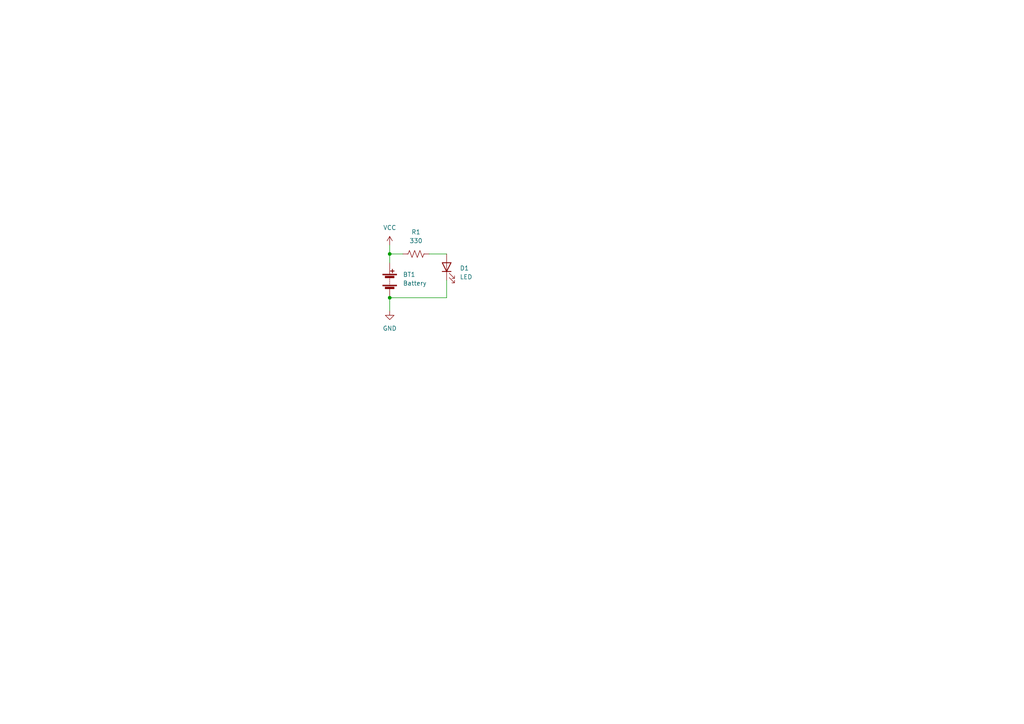
<source format=kicad_sch>
(kicad_sch (version 20211123) (generator eeschema)

  (uuid 166746e7-163b-4034-a057-3091028c3850)

  (paper "A4")

  (lib_symbols
    (symbol "Device:Battery" (pin_numbers hide) (pin_names (offset 0) hide) (in_bom yes) (on_board yes)
      (property "Reference" "BT" (id 0) (at 2.54 2.54 0)
        (effects (font (size 1.27 1.27)) (justify left))
      )
      (property "Value" "Battery" (id 1) (at 2.54 0 0)
        (effects (font (size 1.27 1.27)) (justify left))
      )
      (property "Footprint" "" (id 2) (at 0 1.524 90)
        (effects (font (size 1.27 1.27)) hide)
      )
      (property "Datasheet" "~" (id 3) (at 0 1.524 90)
        (effects (font (size 1.27 1.27)) hide)
      )
      (property "ki_keywords" "batt voltage-source cell" (id 4) (at 0 0 0)
        (effects (font (size 1.27 1.27)) hide)
      )
      (property "ki_description" "Multiple-cell battery" (id 5) (at 0 0 0)
        (effects (font (size 1.27 1.27)) hide)
      )
      (symbol "Battery_0_1"
        (rectangle (start -2.032 -1.397) (end 2.032 -1.651)
          (stroke (width 0) (type default) (color 0 0 0 0))
          (fill (type outline))
        )
        (rectangle (start -2.032 1.778) (end 2.032 1.524)
          (stroke (width 0) (type default) (color 0 0 0 0))
          (fill (type outline))
        )
        (rectangle (start -1.3208 -1.9812) (end 1.27 -2.4892)
          (stroke (width 0) (type default) (color 0 0 0 0))
          (fill (type outline))
        )
        (rectangle (start -1.3208 1.1938) (end 1.27 0.6858)
          (stroke (width 0) (type default) (color 0 0 0 0))
          (fill (type outline))
        )
        (polyline
          (pts
            (xy 0 -1.524)
            (xy 0 -1.27)
          )
          (stroke (width 0) (type default) (color 0 0 0 0))
          (fill (type none))
        )
        (polyline
          (pts
            (xy 0 -1.016)
            (xy 0 -0.762)
          )
          (stroke (width 0) (type default) (color 0 0 0 0))
          (fill (type none))
        )
        (polyline
          (pts
            (xy 0 -0.508)
            (xy 0 -0.254)
          )
          (stroke (width 0) (type default) (color 0 0 0 0))
          (fill (type none))
        )
        (polyline
          (pts
            (xy 0 0)
            (xy 0 0.254)
          )
          (stroke (width 0) (type default) (color 0 0 0 0))
          (fill (type none))
        )
        (polyline
          (pts
            (xy 0 0.508)
            (xy 0 0.762)
          )
          (stroke (width 0) (type default) (color 0 0 0 0))
          (fill (type none))
        )
        (polyline
          (pts
            (xy 0 1.778)
            (xy 0 2.54)
          )
          (stroke (width 0) (type default) (color 0 0 0 0))
          (fill (type none))
        )
        (polyline
          (pts
            (xy 0.254 2.667)
            (xy 1.27 2.667)
          )
          (stroke (width 0.254) (type default) (color 0 0 0 0))
          (fill (type none))
        )
        (polyline
          (pts
            (xy 0.762 3.175)
            (xy 0.762 2.159)
          )
          (stroke (width 0.254) (type default) (color 0 0 0 0))
          (fill (type none))
        )
      )
      (symbol "Battery_1_1"
        (pin passive line (at 0 5.08 270) (length 2.54)
          (name "+" (effects (font (size 1.27 1.27))))
          (number "1" (effects (font (size 1.27 1.27))))
        )
        (pin passive line (at 0 -5.08 90) (length 2.54)
          (name "-" (effects (font (size 1.27 1.27))))
          (number "2" (effects (font (size 1.27 1.27))))
        )
      )
    )
    (symbol "Device:LED" (pin_numbers hide) (pin_names (offset 1.016) hide) (in_bom yes) (on_board yes)
      (property "Reference" "D" (id 0) (at 0 2.54 0)
        (effects (font (size 1.27 1.27)))
      )
      (property "Value" "LED" (id 1) (at 0 -2.54 0)
        (effects (font (size 1.27 1.27)))
      )
      (property "Footprint" "" (id 2) (at 0 0 0)
        (effects (font (size 1.27 1.27)) hide)
      )
      (property "Datasheet" "~" (id 3) (at 0 0 0)
        (effects (font (size 1.27 1.27)) hide)
      )
      (property "ki_keywords" "LED diode" (id 4) (at 0 0 0)
        (effects (font (size 1.27 1.27)) hide)
      )
      (property "ki_description" "Light emitting diode" (id 5) (at 0 0 0)
        (effects (font (size 1.27 1.27)) hide)
      )
      (property "ki_fp_filters" "LED* LED_SMD:* LED_THT:*" (id 6) (at 0 0 0)
        (effects (font (size 1.27 1.27)) hide)
      )
      (symbol "LED_0_1"
        (polyline
          (pts
            (xy -1.27 -1.27)
            (xy -1.27 1.27)
          )
          (stroke (width 0.254) (type default) (color 0 0 0 0))
          (fill (type none))
        )
        (polyline
          (pts
            (xy -1.27 0)
            (xy 1.27 0)
          )
          (stroke (width 0) (type default) (color 0 0 0 0))
          (fill (type none))
        )
        (polyline
          (pts
            (xy 1.27 -1.27)
            (xy 1.27 1.27)
            (xy -1.27 0)
            (xy 1.27 -1.27)
          )
          (stroke (width 0.254) (type default) (color 0 0 0 0))
          (fill (type none))
        )
        (polyline
          (pts
            (xy -3.048 -0.762)
            (xy -4.572 -2.286)
            (xy -3.81 -2.286)
            (xy -4.572 -2.286)
            (xy -4.572 -1.524)
          )
          (stroke (width 0) (type default) (color 0 0 0 0))
          (fill (type none))
        )
        (polyline
          (pts
            (xy -1.778 -0.762)
            (xy -3.302 -2.286)
            (xy -2.54 -2.286)
            (xy -3.302 -2.286)
            (xy -3.302 -1.524)
          )
          (stroke (width 0) (type default) (color 0 0 0 0))
          (fill (type none))
        )
      )
      (symbol "LED_1_1"
        (pin passive line (at -3.81 0 0) (length 2.54)
          (name "K" (effects (font (size 1.27 1.27))))
          (number "1" (effects (font (size 1.27 1.27))))
        )
        (pin passive line (at 3.81 0 180) (length 2.54)
          (name "A" (effects (font (size 1.27 1.27))))
          (number "2" (effects (font (size 1.27 1.27))))
        )
      )
    )
    (symbol "Device:R_US" (pin_numbers hide) (pin_names (offset 0)) (in_bom yes) (on_board yes)
      (property "Reference" "R" (id 0) (at 2.54 0 90)
        (effects (font (size 1.27 1.27)))
      )
      (property "Value" "R_US" (id 1) (at -2.54 0 90)
        (effects (font (size 1.27 1.27)))
      )
      (property "Footprint" "" (id 2) (at 1.016 -0.254 90)
        (effects (font (size 1.27 1.27)) hide)
      )
      (property "Datasheet" "~" (id 3) (at 0 0 0)
        (effects (font (size 1.27 1.27)) hide)
      )
      (property "ki_keywords" "R res resistor" (id 4) (at 0 0 0)
        (effects (font (size 1.27 1.27)) hide)
      )
      (property "ki_description" "Resistor, US symbol" (id 5) (at 0 0 0)
        (effects (font (size 1.27 1.27)) hide)
      )
      (property "ki_fp_filters" "R_*" (id 6) (at 0 0 0)
        (effects (font (size 1.27 1.27)) hide)
      )
      (symbol "R_US_0_1"
        (polyline
          (pts
            (xy 0 -2.286)
            (xy 0 -2.54)
          )
          (stroke (width 0) (type default) (color 0 0 0 0))
          (fill (type none))
        )
        (polyline
          (pts
            (xy 0 2.286)
            (xy 0 2.54)
          )
          (stroke (width 0) (type default) (color 0 0 0 0))
          (fill (type none))
        )
        (polyline
          (pts
            (xy 0 -0.762)
            (xy 1.016 -1.143)
            (xy 0 -1.524)
            (xy -1.016 -1.905)
            (xy 0 -2.286)
          )
          (stroke (width 0) (type default) (color 0 0 0 0))
          (fill (type none))
        )
        (polyline
          (pts
            (xy 0 0.762)
            (xy 1.016 0.381)
            (xy 0 0)
            (xy -1.016 -0.381)
            (xy 0 -0.762)
          )
          (stroke (width 0) (type default) (color 0 0 0 0))
          (fill (type none))
        )
        (polyline
          (pts
            (xy 0 2.286)
            (xy 1.016 1.905)
            (xy 0 1.524)
            (xy -1.016 1.143)
            (xy 0 0.762)
          )
          (stroke (width 0) (type default) (color 0 0 0 0))
          (fill (type none))
        )
      )
      (symbol "R_US_1_1"
        (pin passive line (at 0 3.81 270) (length 1.27)
          (name "~" (effects (font (size 1.27 1.27))))
          (number "1" (effects (font (size 1.27 1.27))))
        )
        (pin passive line (at 0 -3.81 90) (length 1.27)
          (name "~" (effects (font (size 1.27 1.27))))
          (number "2" (effects (font (size 1.27 1.27))))
        )
      )
    )
    (symbol "power:GND" (power) (pin_names (offset 0)) (in_bom yes) (on_board yes)
      (property "Reference" "#PWR" (id 0) (at 0 -6.35 0)
        (effects (font (size 1.27 1.27)) hide)
      )
      (property "Value" "GND" (id 1) (at 0 -3.81 0)
        (effects (font (size 1.27 1.27)))
      )
      (property "Footprint" "" (id 2) (at 0 0 0)
        (effects (font (size 1.27 1.27)) hide)
      )
      (property "Datasheet" "" (id 3) (at 0 0 0)
        (effects (font (size 1.27 1.27)) hide)
      )
      (property "ki_keywords" "power-flag" (id 4) (at 0 0 0)
        (effects (font (size 1.27 1.27)) hide)
      )
      (property "ki_description" "Power symbol creates a global label with name \"GND\" , ground" (id 5) (at 0 0 0)
        (effects (font (size 1.27 1.27)) hide)
      )
      (symbol "GND_0_1"
        (polyline
          (pts
            (xy 0 0)
            (xy 0 -1.27)
            (xy 1.27 -1.27)
            (xy 0 -2.54)
            (xy -1.27 -1.27)
            (xy 0 -1.27)
          )
          (stroke (width 0) (type default) (color 0 0 0 0))
          (fill (type none))
        )
      )
      (symbol "GND_1_1"
        (pin power_in line (at 0 0 270) (length 0) hide
          (name "GND" (effects (font (size 1.27 1.27))))
          (number "1" (effects (font (size 1.27 1.27))))
        )
      )
    )
    (symbol "power:VCC" (power) (pin_names (offset 0)) (in_bom yes) (on_board yes)
      (property "Reference" "#PWR" (id 0) (at 0 -3.81 0)
        (effects (font (size 1.27 1.27)) hide)
      )
      (property "Value" "VCC" (id 1) (at 0 3.81 0)
        (effects (font (size 1.27 1.27)))
      )
      (property "Footprint" "" (id 2) (at 0 0 0)
        (effects (font (size 1.27 1.27)) hide)
      )
      (property "Datasheet" "" (id 3) (at 0 0 0)
        (effects (font (size 1.27 1.27)) hide)
      )
      (property "ki_keywords" "power-flag" (id 4) (at 0 0 0)
        (effects (font (size 1.27 1.27)) hide)
      )
      (property "ki_description" "Power symbol creates a global label with name \"VCC\"" (id 5) (at 0 0 0)
        (effects (font (size 1.27 1.27)) hide)
      )
      (symbol "VCC_0_1"
        (polyline
          (pts
            (xy -0.762 1.27)
            (xy 0 2.54)
          )
          (stroke (width 0) (type default) (color 0 0 0 0))
          (fill (type none))
        )
        (polyline
          (pts
            (xy 0 0)
            (xy 0 2.54)
          )
          (stroke (width 0) (type default) (color 0 0 0 0))
          (fill (type none))
        )
        (polyline
          (pts
            (xy 0 2.54)
            (xy 0.762 1.27)
          )
          (stroke (width 0) (type default) (color 0 0 0 0))
          (fill (type none))
        )
      )
      (symbol "VCC_1_1"
        (pin power_in line (at 0 0 90) (length 0) hide
          (name "VCC" (effects (font (size 1.27 1.27))))
          (number "1" (effects (font (size 1.27 1.27))))
        )
      )
    )
  )

  (junction (at 113.03 73.66) (diameter 0) (color 0 0 0 0)
    (uuid 572ca2ea-d128-42c1-b73e-3a5da5cf985a)
  )
  (junction (at 113.03 86.36) (diameter 0) (color 0 0 0 0)
    (uuid af81ee7a-661a-486c-979d-0720d21e4107)
  )

  (wire (pts (xy 129.54 86.36) (xy 113.03 86.36))
    (stroke (width 0) (type default) (color 0 0 0 0))
    (uuid 1fd23f69-2b83-439e-8498-e51455439e7d)
  )
  (wire (pts (xy 113.03 86.36) (xy 113.03 90.17))
    (stroke (width 0) (type default) (color 0 0 0 0))
    (uuid 2626738c-bad3-426a-a17a-a4a71d531b58)
  )
  (wire (pts (xy 113.03 73.66) (xy 116.84 73.66))
    (stroke (width 0) (type default) (color 0 0 0 0))
    (uuid 93e70874-f467-41d2-bb17-ba85fa83e11c)
  )
  (wire (pts (xy 113.03 71.12) (xy 113.03 73.66))
    (stroke (width 0) (type default) (color 0 0 0 0))
    (uuid a64282c1-6f68-4c98-a9cc-f4bdcd3c3e29)
  )
  (wire (pts (xy 113.03 76.2) (xy 113.03 73.66))
    (stroke (width 0) (type default) (color 0 0 0 0))
    (uuid b4631d13-3775-477d-b346-23597f9f4c79)
  )
  (wire (pts (xy 124.46 73.66) (xy 129.54 73.66))
    (stroke (width 0) (type default) (color 0 0 0 0))
    (uuid cdcaf123-ef0d-423b-bf7f-d5f7f4049d12)
  )
  (wire (pts (xy 129.54 81.28) (xy 129.54 86.36))
    (stroke (width 0) (type default) (color 0 0 0 0))
    (uuid ea01b75e-25be-4ed2-a30e-7beacb6454e8)
  )

  (symbol (lib_id "Device:LED") (at 129.54 77.47 90) (unit 1)
    (in_bom yes) (on_board yes) (fields_autoplaced)
    (uuid 15202f84-d854-47b4-80c0-7567534af36e)
    (property "Reference" "D1" (id 0) (at 133.35 77.7874 90)
      (effects (font (size 1.27 1.27)) (justify right))
    )
    (property "Value" "LED" (id 1) (at 133.35 80.3274 90)
      (effects (font (size 1.27 1.27)) (justify right))
    )
    (property "Footprint" "" (id 2) (at 129.54 77.47 0)
      (effects (font (size 1.27 1.27)) hide)
    )
    (property "Datasheet" "~" (id 3) (at 129.54 77.47 0)
      (effects (font (size 1.27 1.27)) hide)
    )
    (pin "1" (uuid 684968bc-4820-446c-9a13-8cf7a43441b1))
    (pin "2" (uuid 0bdfe4dd-7c31-4705-9a8e-2e5114c92294))
  )

  (symbol (lib_id "Device:Battery") (at 113.03 81.28 0) (unit 1)
    (in_bom yes) (on_board yes) (fields_autoplaced)
    (uuid 5c62efeb-1a8e-4bfb-bb48-32407bdf75bc)
    (property "Reference" "BT1" (id 0) (at 116.84 79.6289 0)
      (effects (font (size 1.27 1.27)) (justify left))
    )
    (property "Value" "Battery" (id 1) (at 116.84 82.1689 0)
      (effects (font (size 1.27 1.27)) (justify left))
    )
    (property "Footprint" "" (id 2) (at 113.03 79.756 90)
      (effects (font (size 1.27 1.27)) hide)
    )
    (property "Datasheet" "~" (id 3) (at 113.03 79.756 90)
      (effects (font (size 1.27 1.27)) hide)
    )
    (pin "1" (uuid 9d9801a7-afdc-4b38-9cc4-b2afa13108fc))
    (pin "2" (uuid 563562ae-17d8-431c-b12a-e479dee04025))
  )

  (symbol (lib_id "power:VCC") (at 113.03 71.12 0) (unit 1)
    (in_bom yes) (on_board yes) (fields_autoplaced)
    (uuid 7a993f4c-d6c0-4000-8f89-215696f8efcd)
    (property "Reference" "#PWR?" (id 0) (at 113.03 74.93 0)
      (effects (font (size 1.27 1.27)) hide)
    )
    (property "Value" "VCC" (id 1) (at 113.03 66.04 0))
    (property "Footprint" "" (id 2) (at 113.03 71.12 0)
      (effects (font (size 1.27 1.27)) hide)
    )
    (property "Datasheet" "" (id 3) (at 113.03 71.12 0)
      (effects (font (size 1.27 1.27)) hide)
    )
    (pin "1" (uuid e199dee7-3686-4737-a6a4-920b5039f423))
  )

  (symbol (lib_id "power:GND") (at 113.03 90.17 0) (unit 1)
    (in_bom yes) (on_board yes) (fields_autoplaced)
    (uuid f131fcc3-ff52-4061-94ed-52b89cc2fe08)
    (property "Reference" "#PWR?" (id 0) (at 113.03 96.52 0)
      (effects (font (size 1.27 1.27)) hide)
    )
    (property "Value" "GND" (id 1) (at 113.03 95.25 0))
    (property "Footprint" "" (id 2) (at 113.03 90.17 0)
      (effects (font (size 1.27 1.27)) hide)
    )
    (property "Datasheet" "" (id 3) (at 113.03 90.17 0)
      (effects (font (size 1.27 1.27)) hide)
    )
    (pin "1" (uuid 277877f3-ccba-4209-bb57-c8b14351532b))
  )

  (symbol (lib_id "Device:R_US") (at 120.65 73.66 90) (unit 1)
    (in_bom yes) (on_board yes) (fields_autoplaced)
    (uuid fd2be31c-0763-4f8d-8a43-8cf8ce77a3e0)
    (property "Reference" "R1" (id 0) (at 120.65 67.31 90))
    (property "Value" "330" (id 1) (at 120.65 69.85 90))
    (property "Footprint" "" (id 2) (at 120.904 72.644 90)
      (effects (font (size 1.27 1.27)) hide)
    )
    (property "Datasheet" "~" (id 3) (at 120.65 73.66 0)
      (effects (font (size 1.27 1.27)) hide)
    )
    (pin "1" (uuid b908ff88-eedd-4a5d-8533-ccd38595d913))
    (pin "2" (uuid d84e1080-0d51-440d-a2c8-ca2f62c749f0))
  )

  (sheet_instances
    (path "/" (page "1"))
  )

  (symbol_instances
    (path "/7a993f4c-d6c0-4000-8f89-215696f8efcd"
      (reference "#PWR?") (unit 1) (value "VCC") (footprint "")
    )
    (path "/f131fcc3-ff52-4061-94ed-52b89cc2fe08"
      (reference "#PWR?") (unit 1) (value "GND") (footprint "")
    )
    (path "/5c62efeb-1a8e-4bfb-bb48-32407bdf75bc"
      (reference "BT1") (unit 1) (value "Battery") (footprint "")
    )
    (path "/15202f84-d854-47b4-80c0-7567534af36e"
      (reference "D1") (unit 1) (value "LED") (footprint "")
    )
    (path "/fd2be31c-0763-4f8d-8a43-8cf8ce77a3e0"
      (reference "R1") (unit 1) (value "330") (footprint "")
    )
  )
)

</source>
